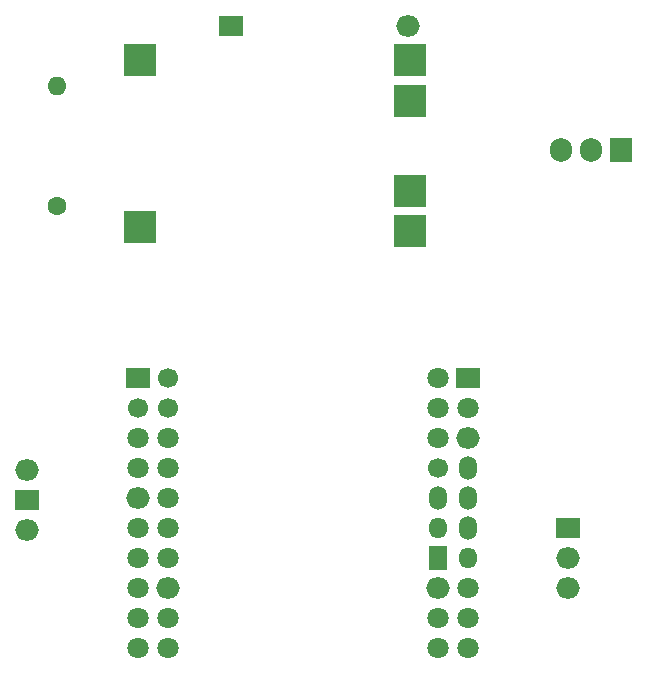
<source format=gbr>
%TF.GenerationSoftware,KiCad,Pcbnew,(5.1.12)-1*%
%TF.CreationDate,2022-05-17T10:57:46-05:00*%
%TF.ProjectId,BMX,424d582e-6b69-4636-9164-5f7063625858,rev?*%
%TF.SameCoordinates,Original*%
%TF.FileFunction,Copper,L2,Bot*%
%TF.FilePolarity,Positive*%
%FSLAX46Y46*%
G04 Gerber Fmt 4.6, Leading zero omitted, Abs format (unit mm)*
G04 Created by KiCad (PCBNEW (5.1.12)-1) date 2022-05-17 10:57:46*
%MOMM*%
%LPD*%
G01*
G04 APERTURE LIST*
%TA.AperFunction,ComponentPad*%
%ADD10O,1.600000X1.600000*%
%TD*%
%TA.AperFunction,ComponentPad*%
%ADD11C,1.600000*%
%TD*%
%TA.AperFunction,ComponentPad*%
%ADD12O,1.905000X2.000000*%
%TD*%
%TA.AperFunction,ComponentPad*%
%ADD13R,1.905000X2.000000*%
%TD*%
%TA.AperFunction,ComponentPad*%
%ADD14C,1.800000*%
%TD*%
%TA.AperFunction,ComponentPad*%
%ADD15O,2.000000X1.800000*%
%TD*%
%TA.AperFunction,ComponentPad*%
%ADD16O,1.500000X1.800000*%
%TD*%
%TA.AperFunction,ComponentPad*%
%ADD17R,1.500000X2.000000*%
%TD*%
%TA.AperFunction,ComponentPad*%
%ADD18O,1.500000X2.000000*%
%TD*%
%TA.AperFunction,ComponentPad*%
%ADD19C,1.700000*%
%TD*%
%TA.AperFunction,ComponentPad*%
%ADD20R,2.000000X1.800000*%
%TD*%
%TA.AperFunction,ComponentPad*%
%ADD21R,2.800000X2.800000*%
%TD*%
G04 APERTURE END LIST*
D10*
%TO.P,R1,2*%
%TO.N,Net-(R1-Pad2)*%
X5364480Y-40911780D03*
D11*
%TO.P,R1,1*%
%TO.N,GND*%
X5364480Y-51071780D03*
%TD*%
D12*
%TO.P,Q1,3*%
%TO.N,Net-(Bateria3v1-Pad2)*%
X48018700Y-46258480D03*
%TO.P,Q1,2*%
%TO.N,Net-(NEOpixel1-Pad1)*%
X50558700Y-46258480D03*
D13*
%TO.P,Q1,1*%
%TO.N,Net-(CargadoUSB1-Pad1)*%
X53098700Y-46258480D03*
%TD*%
D14*
%TO.P,U1,40*%
%TO.N,Net-(U1-Pad40)*%
X40129460Y-88480900D03*
%TO.P,U1,39*%
%TO.N,Net-(U1-Pad39)*%
X37589460Y-88480900D03*
%TO.P,U1,38*%
%TO.N,Net-(U1-Pad38)*%
X40129460Y-85940900D03*
%TO.P,U1,37*%
%TO.N,Net-(U1-Pad37)*%
X37589460Y-85940900D03*
%TO.P,U1,36*%
%TO.N,Net-(U1-Pad36)*%
X40129460Y-83400900D03*
D15*
%TO.P,U1,35*%
%TO.N,Net-(CargadoUSB1-Pad3)*%
X37589460Y-83400900D03*
D16*
%TO.P,U1,34*%
%TO.N,Net-(U1-Pad34)*%
X40129460Y-80860900D03*
D17*
%TO.P,U1,33*%
%TO.N,GND*%
X37589460Y-80860900D03*
D18*
%TO.P,U1,32*%
%TO.N,Net-(U1-Pad32)*%
X40129460Y-78320900D03*
D16*
%TO.P,U1,31*%
%TO.N,Net-(U1-Pad31)*%
X37589460Y-78320900D03*
D18*
%TO.P,U1,30*%
%TO.N,Net-(U1-Pad30)*%
X40129460Y-75780900D03*
%TO.P,U1,29*%
%TO.N,Net-(U1-Pad29)*%
X37589460Y-75780900D03*
%TO.P,U1,28*%
%TO.N,/IN*%
X40129460Y-73240900D03*
D19*
%TO.P,U1,27*%
%TO.N,Net-(U1-Pad27)*%
X37589460Y-73240900D03*
D15*
%TO.P,U1,26*%
%TO.N,Net-(CargadoUSB1-Pad3)*%
X40129460Y-70700900D03*
D14*
%TO.P,U1,25*%
%TO.N,Net-(U1-Pad25)*%
X37589460Y-70700900D03*
%TO.P,U1,24*%
%TO.N,Net-(U1-Pad24)*%
X40129460Y-68160900D03*
%TO.P,U1,23*%
%TO.N,Net-(U1-Pad23)*%
X37589460Y-68160900D03*
D20*
%TO.P,U1,22*%
%TO.N,GND*%
X40129460Y-65620900D03*
D14*
%TO.P,U1,21*%
%TO.N,Net-(U1-Pad21)*%
X37589460Y-65620900D03*
%TO.P,U1,20*%
%TO.N,Net-(U1-Pad20)*%
X14729460Y-88480900D03*
%TO.P,U1,19*%
%TO.N,Net-(U1-Pad19)*%
X12189460Y-88480900D03*
%TO.P,U1,18*%
%TO.N,Net-(U1-Pad18)*%
X14729460Y-85940900D03*
%TO.P,U1,17*%
%TO.N,Net-(U1-Pad17)*%
X12189460Y-85940900D03*
D15*
%TO.P,U1,16*%
%TO.N,Net-(NEOpixel1-Pad1)*%
X14729460Y-83400900D03*
D14*
%TO.P,U1,15*%
%TO.N,Net-(U1-Pad15)*%
X12189460Y-83400900D03*
%TO.P,U1,14*%
%TO.N,Net-(U1-Pad14)*%
X14729460Y-80860900D03*
%TO.P,U1,13*%
%TO.N,Net-(U1-Pad13)*%
X12189460Y-80860900D03*
%TO.P,U1,12*%
%TO.N,Net-(U1-Pad12)*%
X14729460Y-78320900D03*
%TO.P,U1,11*%
%TO.N,Net-(U1-Pad11)*%
X12189460Y-78320900D03*
%TO.P,U1,10*%
%TO.N,Net-(U1-Pad10)*%
X14729460Y-75780900D03*
D15*
%TO.P,U1,9*%
%TO.N,Net-(NEOpixel1-Pad3)*%
X12189460Y-75780900D03*
D14*
%TO.P,U1,8*%
%TO.N,Net-(U1-Pad8)*%
X14729460Y-73240900D03*
%TO.P,U1,7*%
%TO.N,Net-(U1-Pad7)*%
X12189460Y-73240900D03*
%TO.P,U1,6*%
%TO.N,Net-(U1-Pad6)*%
X14729460Y-70700900D03*
%TO.P,U1,5*%
%TO.N,Net-(U1-Pad5)*%
X12189460Y-70700900D03*
D19*
%TO.P,U1,4*%
%TO.N,Net-(U1-Pad4)*%
X14729460Y-68160900D03*
%TO.P,U1,3*%
%TO.N,Net-(U1-Pad3)*%
X12189460Y-68160900D03*
D20*
%TO.P,U1,1*%
%TO.N,GND*%
X12189460Y-65620900D03*
D19*
%TO.P,U1,2*%
%TO.N,Net-(U1-Pad2)*%
X14729460Y-65620900D03*
%TD*%
D15*
%TO.P,Bateria3v1,2*%
%TO.N,Net-(Bateria3v1-Pad2)*%
X35056000Y-35814000D03*
D20*
%TO.P,Bateria3v1,1*%
%TO.N,Net-(Bateria3v1-Pad1)*%
X20066000Y-35814000D03*
%TD*%
D21*
%TO.P,CargadoUSB1,1*%
%TO.N,Net-(CargadoUSB1-Pad1)*%
X12334980Y-38651920D03*
%TO.P,CargadoUSB1,2*%
%TO.N,GND*%
X12334980Y-52851920D03*
%TO.P,CargadoUSB1,3*%
%TO.N,Net-(CargadoUSB1-Pad3)*%
X35234980Y-38651920D03*
%TO.P,CargadoUSB1,4*%
%TO.N,GND*%
X35234980Y-53151920D03*
%TO.P,CargadoUSB1,5*%
%TO.N,Net-(Bateria3v1-Pad2)*%
X35234980Y-42151920D03*
%TO.P,CargadoUSB1,6*%
%TO.N,Net-(Bateria3v1-Pad1)*%
X35234980Y-49751920D03*
%TD*%
D15*
%TO.P,RPM1,3*%
%TO.N,Net-(NEOpixel1-Pad1)*%
X48643540Y-83413600D03*
%TO.P,RPM1,2*%
%TO.N,/IN*%
X48643540Y-80873600D03*
D20*
%TO.P,RPM1,1*%
%TO.N,GND*%
X48643540Y-78333600D03*
%TD*%
D15*
%TO.P,NEOpixel1,3*%
%TO.N,Net-(NEOpixel1-Pad3)*%
X2821940Y-73355200D03*
D20*
%TO.P,NEOpixel1,2*%
%TO.N,GND*%
X2821940Y-75895200D03*
D15*
%TO.P,NEOpixel1,1*%
%TO.N,Net-(NEOpixel1-Pad1)*%
X2821940Y-78435200D03*
%TD*%
M02*

</source>
